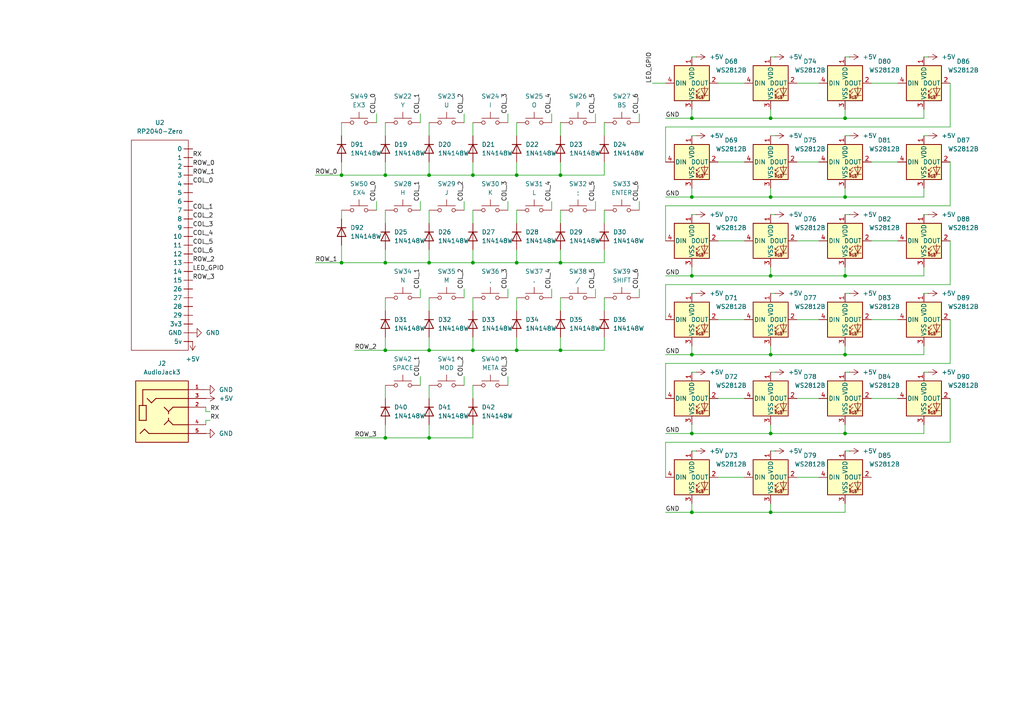
<source format=kicad_sch>
(kicad_sch (version 20250114) (generator "eeschema") (generator_version "9.0")
  (paper "A4")
  (lib_symbols
    (symbol "Diode:1N4148W" (pin_numbers (hide yes)) (pin_names (hide yes))
      (property "Reference" "D" (at 0 2.54 0))
      (property "Value" "1N4148W" (at 0 -2.54 0))
      (symbol "1N4148W_1_1"
        (pin passive line (at -3.81 0 0) (length 2.54) (name "K") (number "1"))
        (pin passive line (at 3.81 0 180) (length 2.54) (name "A") (number "2"))
      )
    )
    (symbol "LED:WS2812B" (pin_names (offset 0.254))
      (property "Reference" "D" (at 5.08 5.715 0))
      (property "Value" "WS2812B" (at 1.27 -5.715 0))
      (symbol "WS2812B_0_0"
        (text "RGB" (at 2.286 -4.191 0) (effects (font (size 0.762 0.762))))
      )
      (symbol "WS2812B_1_1"
        (pin input line (at -7.62 0 0) (length 2.54) (name "DIN") (number "4"))
        (pin power_in line (at 0 7.62 270) (length 2.54) (name "VDD") (number "1"))
        (pin power_in line (at 0 -7.62 90) (length 2.54) (name "VSS") (number "3"))
        (pin output line (at 7.62 0 180) (length 2.54) (name "DOUT") (number "2"))
      )
    )
    (symbol "RP2040-Zero:RP2040-Zero" (pin_numbers (hide yes))
      (property "Reference" "U" (at 0 0 0))
      (property "Value" "RP2040-Zero" (at 0 -2.54 0))
      (symbol "RP2040-Zero_1_1"
        (pin bidirectional line (at 10.16 3.81 180) (length 2.54) (name "0") (number "0"))
        (pin bidirectional line (at 10.16 1.27 180) (length 2.54) (name "1") (number "1"))
        (pin bidirectional line (at 10.16 -1.27 180) (length 2.54) (name "2") (number "2"))
        (pin bidirectional line (at 10.16 -3.81 180) (length 2.54) (name "3") (number "3"))
        (pin bidirectional line (at 10.16 -6.35 180) (length 2.54) (name "4") (number "4"))
        (pin bidirectional line (at 10.16 -8.89 180) (length 2.54) (name "5") (number "5"))
        (pin bidirectional line (at 10.16 -11.43 180) (length 2.54) (name "6") (number "6"))
        (pin bidirectional line (at 10.16 -13.97 180) (length 2.54) (name "7") (number "7"))
        (pin bidirectional line (at 10.16 -16.51 180) (length 2.54) (name "8") (number "8"))
        (pin bidirectional line (at 10.16 -19.05 180) (length 2.54) (name "9") (number "9"))
        (pin bidirectional line (at 10.16 -21.59 180) (length 2.54) (name "10") (number "10"))
        (pin bidirectional line (at 10.16 -24.13 180) (length 2.54) (name "11") (number "11"))
        (pin bidirectional line (at 10.16 -26.67 180) (length 2.54) (name "12") (number "12"))
        (pin bidirectional line (at 10.16 -29.21 180) (length 2.54) (name "13") (number "13"))
        (pin bidirectional line (at 10.16 -31.75 180) (length 2.54) (name "14") (number "14"))
        (pin bidirectional line (at 10.16 -34.29 180) (length 2.54) (name "15") (number "15"))
        (pin bidirectional line (at 10.16 -36.83 180) (length 2.54) (name "26") (number "26"))
        (pin bidirectional line (at 10.16 -39.37 180) (length 2.54) (name "27") (number "27"))
        (pin bidirectional line (at 10.16 -41.91 180) (length 2.54) (name "28") (number "28"))
        (pin bidirectional line (at 10.16 -44.45 180) (length 2.54) (name "29") (number "29"))
        (pin bidirectional line (at 10.16 -46.99 180) (length 2.54) (name "3v3") (number "3v3"))
        (pin bidirectional line (at 10.16 -49.53 180) (length 2.54) (name "GND") (number "GND"))
        (pin bidirectional line (at 10.16 -52.07 180) (length 2.54) (name "5v") (number "5v"))
      )
    )
    (symbol "Switch:SW_Push" (pin_numbers (hide yes)) (pin_names (offset 1.016) (hide yes))
      (property "Reference" "SW" (at 1.27 2.54 0))
      (property "Value" "SW_Push" (at 0 -1.524 0))
      (symbol "SW_Push_0_1"
        (pin passive line (at -5.08 0 0) (length 2.54) (name "1") (number "1"))
        (pin passive line (at 5.08 0 180) (length 2.54) (name "2") (number "2"))
      )
    )
    (symbol "power:+5V" (power) (pin_numbers (hide yes)) (pin_names (offset 0) (hide yes))
      (property "Value" "+5V" (at 0 3.556 0))
      (symbol "+5V_1_1"
        (pin power_in line (at 0 0 90) (length 0) (name "~") (number "1"))
      )
    )
    (symbol "power:GND" (power) (pin_numbers (hide yes)) (pin_names (offset 0) (hide yes))
      (property "Value" "GND" (at 0 -3.81 0))
      (symbol "GND_1_1"
        (pin power_in line (at 0 0 270) (length 0) (name "~") (number "1"))
      )
    )
    (symbol "trsJack:SJ-3501-SMT-TR" (pin_names (offset 1.016))
      (property "Reference" "J" (at -7.62 8.3895 0))
      (property "Value" "SJ-3501-SMT-TR" (at -7.62 -12.7145 0))
      (symbol "SJ-3501-SMT-TR_0_0"
        (pin passive line (at 12.7 5.08 180) (length 5.08) (name "~") (number "1"))
        (pin passive line (at 12.7 2.54 180) (length 5.08) (name "~") (number "3"))
        (pin passive line (at 12.7 0 180) (length 5.08) (name "~") (number "2"))
        (pin passive line (at 12.7 -5.08 180) (length 5.08) (name "~") (number "4"))
        (pin passive line (at 12.7 -7.62 180) (length 5.08) (name "~") (number "5"))
      )
    )
  )
  (junction (at 162.56 101.6))
  (junction (at 200.66 148.59))
  (junction (at 111.76 127))
  (junction (at 200.66 102.87))
  (junction (at 124.46 127))
  (junction (at 149.86 101.6))
  (junction (at 245.11 57.15))
  (junction (at 149.86 76.2))
  (junction (at 245.11 125.73))
  (junction (at 223.52 102.87))
  (junction (at 111.76 101.6))
  (junction (at 223.52 148.59))
  (junction (at 223.52 125.73))
  (junction (at 223.52 57.15))
  (junction (at 137.16 50.8))
  (junction (at 200.66 34.29))
  (junction (at 124.46 76.2))
  (junction (at 200.66 80.01))
  (junction (at 162.56 50.8))
  (junction (at 111.76 76.2))
  (junction (at 245.11 34.29))
  (junction (at 99.06 50.8))
  (junction (at 149.86 50.8))
  (junction (at 245.11 102.87))
  (junction (at 137.16 76.2))
  (junction (at 137.16 101.6))
  (junction (at 200.66 57.15))
  (junction (at 124.46 50.8))
  (junction (at 111.76 50.8))
  (junction (at 245.11 80.01))
  (junction (at 99.06 76.2))
  (junction (at 124.46 101.6))
  (junction (at 223.52 80.01))
  (junction (at 223.52 34.29))
  (junction (at 200.66 125.73))
  (junction (at 162.56 76.2))
  (wire (pts (xy 134.62 33.02) (xy 134.62 35.56)))
  (wire (pts (xy 111.76 35.56) (xy 111.76 39.37)))
  (wire (pts (xy 149.86 50.8) (xy 162.56 50.8)))
  (wire (pts (xy 91.44 50.8) (xy 99.06 50.8)))
  (wire (pts (xy 200.66 125.73) (xy 223.52 125.73)))
  (wire (pts (xy 231.14 24.13) (xy 237.49 24.13)))
  (wire (pts (xy 124.46 101.6) (xy 137.16 101.6)))
  (wire (pts (xy 275.59 115.57) (xy 275.59 128.27)))
  (wire (pts (xy 185.42 58.42) (xy 185.42 60.96)))
  (wire (pts (xy 147.32 109.22) (xy 147.32 111.76)))
  (wire (pts (xy 99.06 50.8) (xy 111.76 50.8)))
  (wire (pts (xy 267.97 77.47) (xy 267.97 80.01)))
  (wire (pts (xy 175.26 60.96) (xy 175.26 64.77)))
  (wire (pts (xy 124.46 76.2) (xy 111.76 76.2)))
  (wire (pts (xy 124.46 72.39) (xy 124.46 76.2)))
  (wire (pts (xy 252.73 92.71) (xy 260.35 92.71)))
  (wire (pts (xy 149.86 46.99) (xy 149.86 50.8)))
  (wire (pts (xy 185.42 33.02) (xy 185.42 35.56)))
  (wire (pts (xy 201.93 62.23) (xy 200.66 62.23)))
  (wire (pts (xy 134.62 58.42) (xy 134.62 60.96)))
  (wire (pts (xy 137.16 60.96) (xy 137.16 64.77)))
  (wire (pts (xy 246.38 39.37) (xy 245.11 39.37)))
  (wire (pts (xy 208.28 92.71) (xy 215.9 92.71)))
  (wire (pts (xy 172.72 58.42) (xy 172.72 60.96)))
  (wire (pts (xy 223.52 54.61) (xy 223.52 57.15)))
  (wire (pts (xy 200.66 34.29) (xy 223.52 34.29)))
  (wire (pts (xy 201.93 16.51) (xy 200.66 16.51)))
  (wire (pts (xy 223.52 125.73) (xy 245.11 125.73)))
  (wire (pts (xy 185.42 83.82) (xy 185.42 86.36)))
  (wire (pts (xy 59.69 121.92) (xy 59.69 123.19)))
  (wire (pts (xy 231.14 115.57) (xy 237.49 115.57)))
  (wire (pts (xy 124.46 76.2) (xy 137.16 76.2)))
  (wire (pts (xy 149.86 101.6) (xy 162.56 101.6)))
  (wire (pts (xy 102.87 101.6) (xy 111.76 101.6)))
  (wire (pts (xy 121.92 33.02) (xy 121.92 35.56)))
  (wire (pts (xy 137.16 72.39) (xy 137.16 76.2)))
  (wire (pts (xy 134.62 109.22) (xy 134.62 111.76)))
  (wire (pts (xy 124.46 127) (xy 137.16 127)))
  (wire (pts (xy 121.92 58.42) (xy 121.92 60.96)))
  (wire (pts (xy 201.93 85.09) (xy 200.66 85.09)))
  (wire (pts (xy 275.59 92.71) (xy 275.59 105.41)))
  (wire (pts (xy 208.28 24.13) (xy 215.9 24.13)))
  (wire (pts (xy 111.76 72.39) (xy 111.76 76.2)))
  (wire (pts (xy 245.11 80.01) (xy 267.97 80.01)))
  (wire (pts (xy 231.14 69.85) (xy 237.49 69.85)))
  (wire (pts (xy 193.04 82.55) (xy 193.04 92.71)))
  (wire (pts (xy 223.52 77.47) (xy 223.52 80.01)))
  (wire (pts (xy 137.16 101.6) (xy 149.86 101.6)))
  (wire (pts (xy 149.86 97.79) (xy 149.86 101.6)))
  (wire (pts (xy 245.11 102.87) (xy 267.97 102.87)))
  (wire (pts (xy 208.28 46.99) (xy 215.9 46.99)))
  (wire (pts (xy 99.06 35.56) (xy 99.06 39.37)))
  (wire (pts (xy 245.11 34.29) (xy 245.11 31.75)))
  (wire (pts (xy 223.52 102.87) (xy 245.11 102.87)))
  (wire (pts (xy 111.76 86.36) (xy 111.76 90.17)))
  (wire (pts (xy 175.26 50.8) (xy 162.56 50.8)))
  (wire (pts (xy 111.76 127) (xy 124.46 127)))
  (wire (pts (xy 231.14 138.43) (xy 237.49 138.43)))
  (wire (pts (xy 162.56 72.39) (xy 162.56 76.2)))
  (wire (pts (xy 99.06 46.99) (xy 99.06 50.8)))
  (wire (pts (xy 124.46 111.76) (xy 124.46 115.57)))
  (wire (pts (xy 149.86 35.56) (xy 149.86 39.37)))
  (wire (pts (xy 201.93 107.95) (xy 200.66 107.95)))
  (wire (pts (xy 252.73 46.99) (xy 260.35 46.99)))
  (wire (pts (xy 124.46 123.19) (xy 124.46 127)))
  (wire (pts (xy 224.79 16.51) (xy 223.52 16.51)))
  (wire (pts (xy 269.24 16.51) (xy 267.97 16.51)))
  (wire (pts (xy 137.16 123.19) (xy 137.16 127)))
  (wire (pts (xy 245.11 34.29) (xy 267.97 34.29)))
  (wire (pts (xy 275.59 36.83) (xy 193.04 36.83)))
  (wire (pts (xy 245.11 125.73) (xy 267.97 125.73)))
  (wire (pts (xy 172.72 83.82) (xy 172.72 86.36)))
  (wire (pts (xy 162.56 35.56) (xy 162.56 39.37)))
  (wire (pts (xy 189.23 24.13) (xy 193.04 24.13)))
  (wire (pts (xy 245.11 148.59) (xy 245.11 146.05)))
  (wire (pts (xy 162.56 76.2) (xy 149.86 76.2)))
  (wire (pts (xy 109.22 33.02) (xy 109.22 35.56)))
  (wire (pts (xy 137.16 35.56) (xy 137.16 39.37)))
  (wire (pts (xy 124.46 86.36) (xy 124.46 90.17)))
  (wire (pts (xy 246.38 16.51) (xy 245.11 16.51)))
  (wire (pts (xy 109.22 58.42) (xy 109.22 60.96)))
  (wire (pts (xy 160.02 58.42) (xy 160.02 60.96)))
  (wire (pts (xy 175.26 35.56) (xy 175.26 39.37)))
  (wire (pts (xy 147.32 83.82) (xy 147.32 86.36)))
  (wire (pts (xy 137.16 50.8) (xy 149.86 50.8)))
  (wire (pts (xy 200.66 102.87) (xy 200.66 100.33)))
  (wire (pts (xy 175.26 97.79) (xy 175.26 101.6)))
  (wire (pts (xy 99.06 76.2) (xy 111.76 76.2)))
  (wire (pts (xy 231.14 92.71) (xy 237.49 92.71)))
  (wire (pts (xy 245.11 80.01) (xy 245.11 77.47)))
  (wire (pts (xy 193.04 128.27) (xy 193.04 138.43)))
  (wire (pts (xy 246.38 62.23) (xy 245.11 62.23)))
  (wire (pts (xy 59.69 119.38) (xy 59.69 118.11)))
  (wire (pts (xy 224.79 107.95) (xy 223.52 107.95)))
  (wire (pts (xy 245.11 125.73) (xy 245.11 123.19)))
  (wire (pts (xy 246.38 130.81) (xy 245.11 130.81)))
  (wire (pts (xy 193.04 105.41) (xy 193.04 115.57)))
  (wire (pts (xy 124.46 97.79) (xy 124.46 101.6)))
  (wire (pts (xy 193.04 80.01) (xy 200.66 80.01)))
  (wire (pts (xy 269.24 107.95) (xy 267.97 107.95)))
  (wire (pts (xy 99.06 60.96) (xy 99.06 63.5)))
  (wire (pts (xy 193.04 34.29) (xy 200.66 34.29)))
  (wire (pts (xy 137.16 46.99) (xy 137.16 50.8)))
  (wire (pts (xy 201.93 39.37) (xy 200.66 39.37)))
  (wire (pts (xy 246.38 107.95) (xy 245.11 107.95)))
  (wire (pts (xy 267.97 31.75) (xy 267.97 34.29)))
  (wire (pts (xy 175.26 76.2) (xy 162.56 76.2)))
  (wire (pts (xy 224.79 62.23) (xy 223.52 62.23)))
  (wire (pts (xy 223.52 31.75) (xy 223.52 34.29)))
  (wire (pts (xy 200.66 34.29) (xy 200.66 31.75)))
  (wire (pts (xy 246.38 85.09) (xy 245.11 85.09)))
  (wire (pts (xy 200.66 148.59) (xy 223.52 148.59)))
  (wire (pts (xy 160.02 33.02) (xy 160.02 35.56)))
  (wire (pts (xy 121.92 83.82) (xy 121.92 86.36)))
  (wire (pts (xy 102.87 127) (xy 111.76 127)))
  (wire (pts (xy 245.11 102.87) (xy 245.11 100.33)))
  (wire (pts (xy 252.73 115.57) (xy 260.35 115.57)))
  (wire (pts (xy 160.02 83.82) (xy 160.02 86.36)))
  (wire (pts (xy 193.04 125.73) (xy 200.66 125.73)))
  (wire (pts (xy 200.66 148.59) (xy 200.66 146.05)))
  (wire (pts (xy 223.52 148.59) (xy 245.11 148.59)))
  (wire (pts (xy 175.26 72.39) (xy 175.26 76.2)))
  (wire (pts (xy 269.24 39.37) (xy 267.97 39.37)))
  (wire (pts (xy 162.56 60.96) (xy 162.56 64.77)))
  (wire (pts (xy 124.46 60.96) (xy 124.46 64.77)))
  (wire (pts (xy 252.73 69.85) (xy 260.35 69.85)))
  (wire (pts (xy 223.52 57.15) (xy 245.11 57.15)))
  (wire (pts (xy 245.11 57.15) (xy 267.97 57.15)))
  (wire (pts (xy 137.16 50.8) (xy 124.46 50.8)))
  (wire (pts (xy 124.46 46.99) (xy 124.46 50.8)))
  (wire (pts (xy 162.56 86.36) (xy 162.56 90.17)))
  (wire (pts (xy 208.28 115.57) (xy 215.9 115.57)))
  (wire (pts (xy 111.76 123.19) (xy 111.76 127)))
  (wire (pts (xy 162.56 97.79) (xy 162.56 101.6)))
  (wire (pts (xy 162.56 46.99) (xy 162.56 50.8)))
  (wire (pts (xy 149.86 86.36) (xy 149.86 90.17)))
  (wire (pts (xy 124.46 35.56) (xy 124.46 39.37)))
  (wire (pts (xy 99.06 71.12) (xy 99.06 76.2)))
  (wire (pts (xy 149.86 72.39) (xy 149.86 76.2)))
  (wire (pts (xy 111.76 111.76) (xy 111.76 115.57)))
  (wire (pts (xy 147.32 33.02) (xy 147.32 35.56)))
  (wire (pts (xy 275.59 46.99) (xy 275.59 59.69)))
  (wire (pts (xy 111.76 60.96) (xy 111.76 64.77)))
  (wire (pts (xy 175.26 46.99) (xy 175.26 50.8)))
  (wire (pts (xy 200.66 102.87) (xy 223.52 102.87)))
  (wire (pts (xy 223.52 34.29) (xy 245.11 34.29)))
  (wire (pts (xy 275.59 105.41) (xy 193.04 105.41)))
  (wire (pts (xy 200.66 80.01) (xy 200.66 77.47)))
  (wire (pts (xy 91.44 76.2) (xy 99.06 76.2)))
  (wire (pts (xy 137.16 76.2) (xy 149.86 76.2)))
  (wire (pts (xy 175.26 86.36) (xy 175.26 90.17)))
  (wire (pts (xy 224.79 39.37) (xy 223.52 39.37)))
  (wire (pts (xy 275.59 69.85) (xy 275.59 82.55)))
  (wire (pts (xy 267.97 54.61) (xy 267.97 57.15)))
  (wire (pts (xy 149.86 60.96) (xy 149.86 64.77)))
  (wire (pts (xy 111.76 97.79) (xy 111.76 101.6)))
  (wire (pts (xy 193.04 57.15) (xy 200.66 57.15)))
  (wire (pts (xy 267.97 100.33) (xy 267.97 102.87)))
  (wire (pts (xy 275.59 24.13) (xy 275.59 36.83)))
  (wire (pts (xy 60.96 121.92) (xy 59.69 121.92)))
  (wire (pts (xy 60.96 119.38) (xy 59.69 119.38)))
  (wire (pts (xy 269.24 85.09) (xy 267.97 85.09)))
  (wire (pts (xy 162.56 101.6) (xy 175.26 101.6)))
  (wire (pts (xy 223.52 123.19) (xy 223.52 125.73)))
  (wire (pts (xy 208.28 138.43) (xy 215.9 138.43)))
  (wire (pts (xy 275.59 59.69) (xy 193.04 59.69)))
  (wire (pts (xy 147.32 58.42) (xy 147.32 60.96)))
  (wire (pts (xy 223.52 80.01) (xy 245.11 80.01)))
  (wire (pts (xy 223.52 146.05) (xy 223.52 148.59)))
  (wire (pts (xy 200.66 57.15) (xy 223.52 57.15)))
  (wire (pts (xy 275.59 82.55) (xy 193.04 82.55)))
  (wire (pts (xy 193.04 36.83) (xy 193.04 46.99)))
  (wire (pts (xy 137.16 97.79) (xy 137.16 101.6)))
  (wire (pts (xy 200.66 125.73) (xy 200.66 123.19)))
  (wire (pts (xy 252.73 24.13) (xy 260.35 24.13)))
  (wire (pts (xy 267.97 123.19) (xy 267.97 125.73)))
  (wire (pts (xy 124.46 50.8) (xy 111.76 50.8)))
  (wire (pts (xy 269.24 62.23) (xy 267.97 62.23)))
  (wire (pts (xy 172.72 33.02) (xy 172.72 35.56)))
  (wire (pts (xy 121.92 109.22) (xy 121.92 111.76)))
  (wire (pts (xy 201.93 130.81) (xy 200.66 130.81)))
  (wire (pts (xy 137.16 111.76) (xy 137.16 115.57)))
  (wire (pts (xy 111.76 46.99) (xy 111.76 50.8)))
  (wire (pts (xy 224.79 130.81) (xy 223.52 130.81)))
  (wire (pts (xy 245.11 57.15) (xy 245.11 54.61)))
  (wire (pts (xy 111.76 101.6) (xy 124.46 101.6)))
  (wire (pts (xy 223.52 100.33) (xy 223.52 102.87)))
  (wire (pts (xy 275.59 128.27) (xy 193.04 128.27)))
  (wire (pts (xy 193.04 59.69) (xy 193.04 69.85)))
  (wire (pts (xy 134.62 83.82) (xy 134.62 86.36)))
  (wire (pts (xy 193.04 102.87) (xy 200.66 102.87)))
  (wire (pts (xy 224.79 85.09) (xy 223.52 85.09)))
  (wire (pts (xy 193.04 148.59) (xy 200.66 148.59)))
  (wire (pts (xy 200.66 57.15) (xy 200.66 54.61)))
  (wire (pts (xy 200.66 80.01) (xy 223.52 80.01)))
  (wire (pts (xy 231.14 46.99) (xy 237.49 46.99)))
  (wire (pts (xy 208.28 69.85) (xy 215.9 69.85)))
  (wire (pts (xy 137.16 86.36) (xy 137.16 90.17)))
  (label "COL_2" (at 134.62 58.42 90))
  (label "GND" (at 193.04 148.59 0))
  (label "COL_1" (at 121.92 58.42 90))
  (label "COL_4" (at 160.02 33.02 90))
  (label "COL_3" (at 147.32 109.22 90))
  (label "COL_6" (at 185.42 33.02 90))
  (label "COL_2" (at 55.88 63.5 0))
  (label "COL_3" (at 55.88 66.04 0))
  (label "ROW_3" (at 102.87 127 0))
  (label "COL_4" (at 160.02 83.82 90))
  (label "COL_1" (at 121.92 33.02 90))
  (label "ROW_1" (at 55.88 50.8 0))
  (label "COL_5" (at 55.88 71.12 0))
  (label "COL_6" (at 55.88 73.66 0))
  (label "COL_3" (at 147.32 58.42 90))
  (label "COL_1" (at 121.92 109.22 90))
  (label "COL_6" (at 185.42 58.42 90))
  (label "COL_5" (at 172.72 33.02 90))
  (label "LED_GPIO" (at 55.88 78.74 0))
  (label "COL_3" (at 147.32 33.02 90))
  (label "LED_GPIO" (at 189.23 24.13 90))
  (label "COL_6" (at 185.42 83.82 90))
  (label "ROW_2" (at 55.88 76.2 0))
  (label "COL_0" (at 109.22 58.42 90))
  (label "COL_0" (at 55.88 53.34 0))
  (label "COL_2" (at 134.62 109.22 90))
  (label "ROW_2" (at 102.87 101.6 0))
  (label "GND" (at 193.04 34.29 0))
  (label "ROW_0" (at 91.44 50.8 0))
  (label "COL_1" (at 121.92 83.82 90))
  (label "COL_3" (at 147.32 83.82 90))
  (label "ROW_0" (at 55.88 48.26 0))
  (label "COL_4" (at 160.02 58.42 90))
  (label "ROW_1" (at 91.44 76.2 0))
  (label "GND" (at 193.04 57.15 0))
  (label "RX" (at 55.88 45.72 0))
  (label "GND" (at 193.04 102.87 0))
  (label "COL_2" (at 134.62 83.82 90))
  (label "COL_5" (at 172.72 83.82 90))
  (label "GND" (at 193.04 125.73 0))
  (label "RX" (at 60.96 121.92 0))
  (label "COL_0" (at 109.22 33.02 90))
  (label "COL_2" (at 134.62 33.02 90))
  (label "COL_5" (at 172.72 58.42 90))
  (label "RX" (at 60.96 119.38 0))
  (label "GND" (at 193.04 80.01 0))
  (label "ROW_3" (at 55.88 81.28 0))
  (label "COL_1" (at 55.88 60.96 0))
  (label "COL_4" (at 55.88 68.58 0))
  (symbol (lib_id "Switch:SW_Push") (at 154.94 86.36 0) (unit 1)
    (property "Reference" "SW37" (at 154.94 78.74 0))
    (property "Value" "." (at 154.94 81.28 0))
    (property "Footprint" "kbd:CherryMX_Hotswap" (effects (hide yes)))
    (property "Description" "Push button switch, generic, two pins" (effects (hide yes)))
  )
  (symbol (lib_id "Diode:1N4148W") (at 149.86 93.98 270) (unit 1)
    (property "Reference" "D34" (at 152.4 92.7099 90) (effects (justify left)))
    (property "Value" "1N4148W" (at 152.4 95.2499 90) (effects (justify left)))
    (property "Footprint" "Diode_SMD:D_SOD-123" (effects (hide yes)))
    (property "Datasheet" "https://www.vishay.com/docs/85748/1n4148w.pdf" (effects (hide yes)))
    (property "Description" "75V 0.15A Fast Switching Diode, SOD-123" (effects (hide yes)))
    (property "Sim.Device" "D" (effects (hide yes)))
    (property "Sim.Pins" "1=K 2=A" (effects (hide yes)))
  )
  (symbol (lib_id "power:GND") (at 55.88 96.52 90) (unit 1)
    (property "Reference" "#PWR059" (effects (hide yes)))
    (property "Value" "GND" (at 59.69 96.5199 90) (effects (justify right)))
    (property "Description" "Power symbol creates a global label with name \"GND\" , ground" (effects (hide yes)))
  )
  (symbol (lib_id "LED:WS2812B") (at 200.66 138.43 0) (unit 1)
    (property "Reference" "D73" (at 212.09 132.1114 0))
    (property "Value" "WS2812B" (at 212.09 134.6514 0))
    (property "Footprint" "LED_SMD:LED_WS2812B_PLCC4_5.0x5.0mm_P3.2mm" (effects (hide yes)))
    (property "Datasheet" "https://cdn-shop.adafruit.com/datasheets/WS2812B.pdf" (effects (hide yes)))
    (property "Description" "RGB LED with integrated controller" (effects (hide yes)))
  )
  (symbol (lib_id "Diode:1N4148W") (at 111.76 68.58 270) (unit 1)
    (property "Reference" "D25" (at 114.3 67.3099 90) (effects (justify left)))
    (property "Value" "1N4148W" (at 114.3 69.8499 90) (effects (justify left)))
    (property "Footprint" "Diode_SMD:D_SOD-123" (effects (hide yes)))
    (property "Datasheet" "https://www.vishay.com/docs/85748/1n4148w.pdf" (effects (hide yes)))
    (property "Description" "75V 0.15A Fast Switching Diode, SOD-123" (effects (hide yes)))
    (property "Sim.Device" "D" (effects (hide yes)))
    (property "Sim.Pins" "1=K 2=A" (effects (hide yes)))
  )
  (symbol (lib_id "RP2040-Zero:RP2040-Zero") (at 45.72 46.99 0) (unit 1)
    (property "Reference" "U2" (at 46.355 35.56 0))
    (property "Value" "RP2040-Zero" (at 46.355 38.1 0))
    (property "Footprint" "RP2040-Zero:RP2040-Zero" (effects (hide yes)))
  )
  (symbol (lib_id "Switch:SW_Push") (at 116.84 111.76 0) (unit 1)
    (property "Reference" "SW42" (at 116.84 104.14 0))
    (property "Value" "SPACE" (at 116.84 106.68 0))
    (property "Footprint" "kbd:CherryMX_Hotswap" (effects (hide yes)))
    (property "Description" "Push button switch, generic, two pins" (effects (hide yes)))
  )
  (symbol (lib_id "power:+5V") (at 201.93 16.51 270) (unit 1)
    (property "Reference" "#PWR024" (effects (hide yes)))
    (property "Value" "+5V" (at 205.74 16.5099 90) (effects (justify left)))
    (property "Description" "Power symbol creates a global label with name \"+5V\"" (effects (hide yes)))
  )
  (symbol (lib_id "Diode:1N4148W") (at 149.86 68.58 270) (unit 1)
    (property "Reference" "D28" (at 152.4 67.3099 90) (effects (justify left)))
    (property "Value" "1N4148W" (at 152.4 69.8499 90) (effects (justify left)))
    (property "Footprint" "Diode_SMD:D_SOD-123" (effects (hide yes)))
    (property "Datasheet" "https://www.vishay.com/docs/85748/1n4148w.pdf" (effects (hide yes)))
    (property "Description" "75V 0.15A Fast Switching Diode, SOD-123" (effects (hide yes)))
    (property "Sim.Device" "D" (effects (hide yes)))
    (property "Sim.Pins" "1=K 2=A" (effects (hide yes)))
  )
  (symbol (lib_id "Switch:SW_Push") (at 167.64 86.36 0) (unit 1)
    (property "Reference" "SW38" (at 167.64 78.74 0))
    (property "Value" "/" (at 167.64 81.28 0))
    (property "Footprint" "kbd:CherryMX_Hotswap" (effects (hide yes)))
    (property "Description" "Push button switch, generic, two pins" (effects (hide yes)))
  )
  (symbol (lib_id "Switch:SW_Push") (at 180.34 60.96 0) (unit 1)
    (property "Reference" "SW33" (at 180.34 53.34 0))
    (property "Value" "ENTER" (at 180.34 55.88 0))
    (property "Footprint" "kbd:CherryMX_Hotswap" (effects (hide yes)))
    (property "Description" "Push button switch, generic, two pins" (effects (hide yes)))
  )
  (symbol (lib_id "power:+5V") (at 246.38 107.95 270) (unit 1)
    (property "Reference" "#PWR05" (effects (hide yes)))
    (property "Value" "+5V" (at 250.19 107.9499 90) (effects (justify left)))
    (property "Description" "Power symbol creates a global label with name \"+5V\"" (effects (hide yes)))
  )
  (symbol (lib_id "LED:WS2812B") (at 267.97 92.71 0) (unit 1)
    (property "Reference" "D89" (at 279.4 86.3914 0))
    (property "Value" "WS2812B" (at 279.4 88.9314 0))
    (property "Footprint" "LED_SMD:LED_WS2812B_PLCC4_5.0x5.0mm_P3.2mm" (effects (hide yes)))
    (property "Datasheet" "https://cdn-shop.adafruit.com/datasheets/WS2812B.pdf" (effects (hide yes)))
    (property "Description" "RGB LED with integrated controller" (effects (hide yes)))
  )
  (symbol (lib_id "Switch:SW_Push") (at 129.54 35.56 0) (unit 1)
    (property "Reference" "SW23" (at 129.54 27.94 0))
    (property "Value" "U" (at 129.54 30.48 0))
    (property "Footprint" "kbd:CherryMX_Hotswap" (effects (hide yes)))
    (property "Description" "Push button switch, generic, two pins" (effects (hide yes)))
  )
  (symbol (lib_id "LED:WS2812B") (at 267.97 24.13 0) (unit 1)
    (property "Reference" "D86" (at 279.4 17.8114 0))
    (property "Value" "WS2812B" (at 279.4 20.3514 0))
    (property "Footprint" "LED_SMD:LED_WS2812B_PLCC4_5.0x5.0mm_P3.2mm" (effects (hide yes)))
    (property "Datasheet" "https://cdn-shop.adafruit.com/datasheets/WS2812B.pdf" (effects (hide yes)))
    (property "Description" "RGB LED with integrated controller" (effects (hide yes)))
  )
  (symbol (lib_id "LED:WS2812B") (at 200.66 46.99 0) (unit 1)
    (property "Reference" "D69" (at 212.09 40.6714 0))
    (property "Value" "WS2812B" (at 212.09 43.2114 0))
    (property "Footprint" "LED_SMD:LED_WS2812B_PLCC4_5.0x5.0mm_P3.2mm" (effects (hide yes)))
    (property "Datasheet" "https://cdn-shop.adafruit.com/datasheets/WS2812B.pdf" (effects (hide yes)))
    (property "Description" "RGB LED with integrated controller" (effects (hide yes)))
  )
  (symbol (lib_id "power:GND") (at 59.69 113.03 90) (unit 1)
    (property "Reference" "#PWR063" (effects (hide yes)))
    (property "Value" "GND" (at 63.5 113.0299 90) (effects (justify right)))
    (property "Description" "Power symbol creates a global label with name \"GND\" , ground" (effects (hide yes)))
  )
  (symbol (lib_id "Diode:1N4148W") (at 175.26 68.58 270) (unit 1)
    (property "Reference" "D30" (at 177.8 67.3099 90) (effects (justify left)))
    (property "Value" "1N4148W" (at 177.8 69.8499 90) (effects (justify left)))
    (property "Footprint" "Diode_SMD:D_SOD-123" (effects (hide yes)))
    (property "Datasheet" "https://www.vishay.com/docs/85748/1n4148w.pdf" (effects (hide yes)))
    (property "Description" "75V 0.15A Fast Switching Diode, SOD-123" (effects (hide yes)))
    (property "Sim.Device" "D" (effects (hide yes)))
    (property "Sim.Pins" "1=K 2=A" (effects (hide yes)))
  )
  (symbol (lib_id "LED:WS2812B") (at 267.97 115.57 0) (unit 1)
    (property "Reference" "D90" (at 279.4 109.2514 0))
    (property "Value" "WS2812B" (at 279.4 111.7914 0))
    (property "Footprint" "LED_SMD:LED_WS2812B_PLCC4_5.0x5.0mm_P3.2mm" (effects (hide yes)))
    (property "Datasheet" "https://cdn-shop.adafruit.com/datasheets/WS2812B.pdf" (effects (hide yes)))
    (property "Description" "RGB LED with integrated controller" (effects (hide yes)))
  )
  (symbol (lib_id "Switch:SW_Push") (at 180.34 86.36 0) (unit 1)
    (property "Reference" "SW39" (at 180.34 78.74 0))
    (property "Value" "SHIFT" (at 180.34 81.28 0))
    (property "Footprint" "kbd:CherryMX_Hotswap" (effects (hide yes)))
    (property "Description" "Push button switch, generic, two pins" (effects (hide yes)))
  )
  (symbol (lib_id "Diode:1N4148W") (at 111.76 93.98 270) (unit 1)
    (property "Reference" "D31" (at 114.3 92.7099 90) (effects (justify left)))
    (property "Value" "1N4148W" (at 114.3 95.2499 90) (effects (justify left)))
    (property "Footprint" "Diode_SMD:D_SOD-123" (effects (hide yes)))
    (property "Datasheet" "https://www.vishay.com/docs/85748/1n4148w.pdf" (effects (hide yes)))
    (property "Description" "75V 0.15A Fast Switching Diode, SOD-123" (effects (hide yes)))
    (property "Sim.Device" "D" (effects (hide yes)))
    (property "Sim.Pins" "1=K 2=A" (effects (hide yes)))
  )
  (symbol (lib_id "Switch:SW_Push") (at 167.64 35.56 0) (unit 1)
    (property "Reference" "SW26" (at 167.64 27.94 0))
    (property "Value" "P" (at 167.64 30.48 0))
    (property "Footprint" "kbd:CherryMX_Hotswap" (effects (hide yes)))
    (property "Description" "Push button switch, generic, two pins" (effects (hide yes)))
  )
  (symbol (lib_id "Diode:1N4148W") (at 111.76 43.18 270) (unit 1)
    (property "Reference" "D19" (at 114.3 41.9099 90) (effects (justify left)))
    (property "Value" "1N4148W" (at 114.3 44.4499 90) (effects (justify left)))
    (property "Footprint" "Diode_SMD:D_SOD-123" (effects (hide yes)))
    (property "Datasheet" "https://www.vishay.com/docs/85748/1n4148w.pdf" (effects (hide yes)))
    (property "Description" "75V 0.15A Fast Switching Diode, SOD-123" (effects (hide yes)))
    (property "Sim.Device" "D" (effects (hide yes)))
    (property "Sim.Pins" "1=K 2=A" (effects (hide yes)))
  )
  (symbol (lib_id "LED:WS2812B") (at 245.11 69.85 0) (unit 1)
    (property "Reference" "D82" (at 256.54 63.5314 0))
    (property "Value" "WS2812B" (at 256.54 66.0714 0))
    (property "Footprint" "LED_SMD:LED_WS2812B_PLCC4_5.0x5.0mm_P3.2mm" (effects (hide yes)))
    (property "Datasheet" "https://cdn-shop.adafruit.com/datasheets/WS2812B.pdf" (effects (hide yes)))
    (property "Description" "RGB LED with integrated controller" (effects (hide yes)))
  )
  (symbol (lib_id "Diode:1N4148W") (at 162.56 93.98 270) (unit 1)
    (property "Reference" "D35" (at 165.1 92.7099 90) (effects (justify left)))
    (property "Value" "1N4148W" (at 165.1 95.2499 90) (effects (justify left)))
    (property "Footprint" "Diode_SMD:D_SOD-123" (effects (hide yes)))
    (property "Datasheet" "https://www.vishay.com/docs/85748/1n4148w.pdf" (effects (hide yes)))
    (property "Description" "75V 0.15A Fast Switching Diode, SOD-123" (effects (hide yes)))
    (property "Sim.Device" "D" (effects (hide yes)))
    (property "Sim.Pins" "1=K 2=A" (effects (hide yes)))
  )
  (symbol (lib_id "power:+5V") (at 269.24 39.37 270) (unit 1)
    (property "Reference" "#PWR020" (effects (hide yes)))
    (property "Value" "+5V" (at 273.05 39.3699 90) (effects (justify left)))
    (property "Description" "Power symbol creates a global label with name \"+5V\"" (effects (hide yes)))
  )
  (symbol (lib_id "LED:WS2812B") (at 245.11 92.71 0) (unit 1)
    (property "Reference" "D83" (at 256.54 86.3914 0))
    (property "Value" "WS2812B" (at 256.54 88.9314 0))
    (property "Footprint" "LED_SMD:LED_WS2812B_PLCC4_5.0x5.0mm_P3.2mm" (effects (hide yes)))
    (property "Datasheet" "https://cdn-shop.adafruit.com/datasheets/WS2812B.pdf" (effects (hide yes)))
    (property "Description" "RGB LED with integrated controller" (effects (hide yes)))
  )
  (symbol (lib_id "Switch:SW_Push") (at 104.14 35.56 0) (unit 1)
    (property "Reference" "SW49" (at 104.14 27.94 0))
    (property "Value" "EX3" (at 104.14 30.48 0))
    (property "Footprint" "kbd:CherryMX_Hotswap" (effects (hide yes)))
    (property "Description" "Push button switch, generic, two pins" (effects (hide yes)))
  )
  (symbol (lib_id "Diode:1N4148W") (at 162.56 43.18 270) (unit 1)
    (property "Reference" "D23" (at 165.1 41.9099 90) (effects (justify left)))
    (property "Value" "1N4148W" (at 165.1 44.4499 90) (effects (justify left)))
    (property "Footprint" "Diode_SMD:D_SOD-123" (effects (hide yes)))
    (property "Datasheet" "https://www.vishay.com/docs/85748/1n4148w.pdf" (effects (hide yes)))
    (property "Description" "75V 0.15A Fast Switching Diode, SOD-123" (effects (hide yes)))
    (property "Sim.Device" "D" (effects (hide yes)))
    (property "Sim.Pins" "1=K 2=A" (effects (hide yes)))
  )
  (symbol (lib_id "LED:WS2812B") (at 223.52 24.13 0) (unit 1)
    (property "Reference" "D74" (at 234.95 17.8114 0))
    (property "Value" "WS2812B" (at 234.95 20.3514 0))
    (property "Footprint" "LED_SMD:LED_WS2812B_PLCC4_5.0x5.0mm_P3.2mm" (effects (hide yes)))
    (property "Datasheet" "https://cdn-shop.adafruit.com/datasheets/WS2812B.pdf" (effects (hide yes)))
    (property "Description" "RGB LED with integrated controller" (effects (hide yes)))
  )
  (symbol (lib_id "LED:WS2812B") (at 267.97 46.99 0) (unit 1)
    (property "Reference" "D87" (at 279.4 40.6714 0))
    (property "Value" "WS2812B" (at 279.4 43.2114 0))
    (property "Footprint" "LED_SMD:LED_WS2812B_PLCC4_5.0x5.0mm_P3.2mm" (effects (hide yes)))
    (property "Datasheet" "https://cdn-shop.adafruit.com/datasheets/WS2812B.pdf" (effects (hide yes)))
    (property "Description" "RGB LED with integrated controller" (effects (hide yes)))
  )
  (symbol (lib_id "Switch:SW_Push") (at 142.24 86.36 0) (unit 1)
    (property "Reference" "SW36" (at 142.24 78.74 0))
    (property "Value" "," (at 142.24 81.28 0))
    (property "Footprint" "kbd:CherryMX_Hotswap" (effects (hide yes)))
    (property "Description" "Push button switch, generic, two pins" (effects (hide yes)))
  )
  (symbol (lib_id "LED:WS2812B") (at 245.11 24.13 0) (unit 1)
    (property "Reference" "D80" (at 256.54 17.8114 0))
    (property "Value" "WS2812B" (at 256.54 20.3514 0))
    (property "Footprint" "LED_SMD:LED_WS2812B_PLCC4_5.0x5.0mm_P3.2mm" (effects (hide yes)))
    (property "Datasheet" "https://cdn-shop.adafruit.com/datasheets/WS2812B.pdf" (effects (hide yes)))
    (property "Description" "RGB LED with integrated controller" (effects (hide yes)))
  )
  (symbol (lib_id "LED:WS2812B") (at 245.11 138.43 0) (unit 1)
    (property "Reference" "D85" (at 256.54 132.1114 0))
    (property "Value" "WS2812B" (at 256.54 134.6514 0))
    (property "Footprint" "LED_SMD:LED_WS2812B_PLCC4_5.0x5.0mm_P3.2mm" (effects (hide yes)))
    (property "Datasheet" "https://cdn-shop.adafruit.com/datasheets/WS2812B.pdf" (effects (hide yes)))
    (property "Description" "RGB LED with integrated controller" (effects (hide yes)))
  )
  (symbol (lib_id "Diode:1N4148W") (at 137.16 93.98 270) (unit 1)
    (property "Reference" "D33" (at 139.7 92.7099 90) (effects (justify left)))
    (property "Value" "1N4148W" (at 139.7 95.2499 90) (effects (justify left)))
    (property "Footprint" "Diode_SMD:D_SOD-123" (effects (hide yes)))
    (property "Datasheet" "https://www.vishay.com/docs/85748/1n4148w.pdf" (effects (hide yes)))
    (property "Description" "75V 0.15A Fast Switching Diode, SOD-123" (effects (hide yes)))
    (property "Sim.Device" "D" (effects (hide yes)))
    (property "Sim.Pins" "1=K 2=A" (effects (hide yes)))
  )
  (symbol (lib_id "LED:WS2812B") (at 245.11 115.57 0) (unit 1)
    (property "Reference" "D84" (at 256.54 109.2514 0))
    (property "Value" "WS2812B" (at 256.54 111.7914 0))
    (property "Footprint" "LED_SMD:LED_WS2812B_PLCC4_5.0x5.0mm_P3.2mm" (effects (hide yes)))
    (property "Datasheet" "https://cdn-shop.adafruit.com/datasheets/WS2812B.pdf" (effects (hide yes)))
    (property "Description" "RGB LED with integrated controller" (effects (hide yes)))
  )
  (symbol (lib_id "Switch:SW_Push") (at 116.84 60.96 0) (unit 1)
    (property "Reference" "SW28" (at 116.84 53.34 0))
    (property "Value" "H" (at 116.84 55.88 0))
    (property "Footprint" "kbd:CherryMX_Hotswap" (effects (hide yes)))
    (property "Description" "Push button switch, generic, two pins" (effects (hide yes)))
  )
  (symbol (lib_id "LED:WS2812B") (at 200.66 69.85 0) (unit 1)
    (property "Reference" "D70" (at 212.09 63.5314 0))
    (property "Value" "WS2812B" (at 212.09 66.0714 0))
    (property "Footprint" "LED_SMD:LED_WS2812B_PLCC4_5.0x5.0mm_P3.2mm" (effects (hide yes)))
    (property "Datasheet" "https://cdn-shop.adafruit.com/datasheets/WS2812B.pdf" (effects (hide yes)))
    (property "Description" "RGB LED with integrated controller" (effects (hide yes)))
  )
  (symbol (lib_id "Switch:SW_Push") (at 116.84 35.56 0) (unit 1)
    (property "Reference" "SW22" (at 116.84 27.94 0))
    (property "Value" "Y" (at 116.84 30.48 0))
    (property "Footprint" "kbd:CherryMX_Hotswap" (effects (hide yes)))
    (property "Description" "Push button switch, generic, two pins" (effects (hide yes)))
  )
  (symbol (lib_id "Diode:1N4148W") (at 99.06 67.31 270) (unit 1)
    (property "Reference" "D92" (at 101.6 66.0399 90) (effects (justify left)))
    (property "Value" "1N4148W" (at 101.6 68.5799 90) (effects (justify left)))
    (property "Footprint" "Diode_SMD:D_SOD-123" (effects (hide yes)))
    (property "Datasheet" "https://www.vishay.com/docs/85748/1n4148w.pdf" (effects (hide yes)))
    (property "Description" "75V 0.15A Fast Switching Diode, SOD-123" (effects (hide yes)))
    (property "Sim.Device" "D" (effects (hide yes)))
    (property "Sim.Pins" "1=K 2=A" (effects (hide yes)))
  )
  (symbol (lib_id "power:GND") (at 59.69 125.73 90) (unit 1)
    (property "Reference" "#PWR065" (effects (hide yes)))
    (property "Value" "GND" (at 63.5 125.7299 90) (effects (justify right)))
    (property "Description" "Power symbol creates a global label with name \"GND\" , ground" (effects (hide yes)))
  )
  (symbol (lib_id "Diode:1N4148W") (at 124.46 68.58 270) (unit 1)
    (property "Reference" "D26" (at 127 67.3099 90) (effects (justify left)))
    (property "Value" "1N4148W" (at 127 69.8499 90) (effects (justify left)))
    (property "Footprint" "Diode_SMD:D_SOD-123" (effects (hide yes)))
    (property "Datasheet" "https://www.vishay.com/docs/85748/1n4148w.pdf" (effects (hide yes)))
    (property "Description" "75V 0.15A Fast Switching Diode, SOD-123" (effects (hide yes)))
    (property "Sim.Device" "D" (effects (hide yes)))
    (property "Sim.Pins" "1=K 2=A" (effects (hide yes)))
  )
  (symbol (lib_id "Switch:SW_Push") (at 154.94 35.56 0) (unit 1)
    (property "Reference" "SW25" (at 154.94 27.94 0))
    (property "Value" "O" (at 154.94 30.48 0))
    (property "Footprint" "kbd:CherryMX_Hotswap" (effects (hide yes)))
    (property "Description" "Push button switch, generic, two pins" (effects (hide yes)))
  )
  (symbol (lib_id "power:+5V") (at 269.24 85.09 270) (unit 1)
    (property "Reference" "#PWR012" (effects (hide yes)))
    (property "Value" "+5V" (at 273.05 85.0899 90) (effects (justify left)))
    (property "Description" "Power symbol creates a global label with name \"+5V\"" (effects (hide yes)))
  )
  (symbol (lib_id "power:+5V") (at 246.38 62.23 270) (unit 1)
    (property "Reference" "#PWR014" (effects (hide yes)))
    (property "Value" "+5V" (at 250.19 62.2299 90) (effects (justify left)))
    (property "Description" "Power symbol creates a global label with name \"+5V\"" (effects (hide yes)))
  )
  (symbol (lib_id "power:+5V") (at 246.38 85.09 270) (unit 1)
    (property "Reference" "#PWR011" (effects (hide yes)))
    (property "Value" "+5V" (at 250.19 85.0899 90) (effects (justify left)))
    (property "Description" "Power symbol creates a global label with name \"+5V\"" (effects (hide yes)))
  )
  (symbol (lib_id "LED:WS2812B") (at 200.66 92.71 0) (unit 1)
    (property "Reference" "D71" (at 212.09 86.3914 0))
    (property "Value" "WS2812B" (at 212.09 88.9314 0))
    (property "Footprint" "LED_SMD:LED_WS2812B_PLCC4_5.0x5.0mm_P3.2mm" (effects (hide yes)))
    (property "Datasheet" "https://cdn-shop.adafruit.com/datasheets/WS2812B.pdf" (effects (hide yes)))
    (property "Description" "RGB LED with integrated controller" (effects (hide yes)))
  )
  (symbol (lib_id "LED:WS2812B") (at 223.52 46.99 0) (unit 1)
    (property "Reference" "D75" (at 234.95 40.6714 0))
    (property "Value" "WS2812B" (at 234.95 43.2114 0))
    (property "Footprint" "LED_SMD:LED_WS2812B_PLCC4_5.0x5.0mm_P3.2mm" (effects (hide yes)))
    (property "Datasheet" "https://cdn-shop.adafruit.com/datasheets/WS2812B.pdf" (effects (hide yes)))
    (property "Description" "RGB LED with integrated controller" (effects (hide yes)))
  )
  (symbol (lib_id "Diode:1N4148W") (at 137.16 68.58 270) (unit 1)
    (property "Reference" "D27" (at 139.7 67.3099 90) (effects (justify left)))
    (property "Value" "1N4148W" (at 139.7 69.8499 90) (effects (justify left)))
    (property "Footprint" "Diode_SMD:D_SOD-123" (effects (hide yes)))
    (property "Datasheet" "https://www.vishay.com/docs/85748/1n4148w.pdf" (effects (hide yes)))
    (property "Description" "75V 0.15A Fast Switching Diode, SOD-123" (effects (hide yes)))
    (property "Sim.Device" "D" (effects (hide yes)))
    (property "Sim.Pins" "1=K 2=A" (effects (hide yes)))
  )
  (symbol (lib_id "Switch:SW_Push") (at 129.54 111.76 0) (unit 1)
    (property "Reference" "SW41" (at 129.54 104.14 0))
    (property "Value" "MOD" (at 129.54 106.68 0))
    (property "Footprint" "kbd:CherryMX_Hotswap" (effects (hide yes)))
    (property "Description" "Push button switch, generic, two pins" (effects (hide yes)))
  )
  (symbol (lib_id "power:+5V") (at 224.79 85.09 270) (unit 1)
    (property "Reference" "#PWR010" (effects (hide yes)))
    (property "Value" "+5V" (at 228.6 85.0899 90) (effects (justify left)))
    (property "Description" "Power symbol creates a global label with name \"+5V\"" (effects (hide yes)))
  )
  (symbol (lib_id "power:+5V") (at 224.79 130.81 270) (unit 1)
    (property "Reference" "#PWR03" (effects (hide yes)))
    (property "Value" "+5V" (at 228.6 130.8099 90) (effects (justify left)))
    (property "Description" "Power symbol creates a global label with name \"+5V\"" (effects (hide yes)))
  )
  (symbol (lib_id "Switch:SW_Push") (at 116.84 86.36 0) (unit 1)
    (property "Reference" "SW34" (at 116.84 78.74 0))
    (property "Value" "N" (at 116.84 81.28 0))
    (property "Footprint" "kbd:CherryMX_Hotswap" (effects (hide yes)))
    (property "Description" "Push button switch, generic, two pins" (effects (hide yes)))
  )
  (symbol (lib_id "power:+5V") (at 246.38 39.37 270) (unit 1)
    (property "Reference" "#PWR019" (effects (hide yes)))
    (property "Value" "+5V" (at 250.19 39.3699 90) (effects (justify left)))
    (property "Description" "Power symbol creates a global label with name \"+5V\"" (effects (hide yes)))
  )
  (symbol (lib_id "power:+5V") (at 224.79 107.95 270) (unit 1)
    (property "Reference" "#PWR06" (effects (hide yes)))
    (property "Value" "+5V" (at 228.6 107.9499 90) (effects (justify left)))
    (property "Description" "Power symbol creates a global label with name \"+5V\"" (effects (hide yes)))
  )
  (symbol (lib_id "power:+5V") (at 55.88 99.06 180) (unit 1)
    (property "Reference" "#PWR060" (effects (hide yes)))
    (property "Value" "+5V" (at 55.88 104.14 0))
    (property "Description" "Power symbol creates a global label with name \"+5V\"" (effects (hide yes)))
  )
  (symbol (lib_id "power:+5V") (at 224.79 62.23 270) (unit 1)
    (property "Reference" "#PWR015" (effects (hide yes)))
    (property "Value" "+5V" (at 228.6 62.2299 90) (effects (justify left)))
    (property "Description" "Power symbol creates a global label with name \"+5V\"" (effects (hide yes)))
  )
  (symbol (lib_id "power:+5V") (at 269.24 107.95 270) (unit 1)
    (property "Reference" "#PWR08" (effects (hide yes)))
    (property "Value" "+5V" (at 273.05 107.9499 90) (effects (justify left)))
    (property "Description" "Power symbol creates a global label with name \"+5V\"" (effects (hide yes)))
  )
  (symbol (lib_id "power:+5V") (at 201.93 62.23 270) (unit 1)
    (property "Reference" "#PWR016" (effects (hide yes)))
    (property "Value" "+5V" (at 205.74 62.2299 90) (effects (justify left)))
    (property "Description" "Power symbol creates a global label with name \"+5V\"" (effects (hide yes)))
  )
  (symbol (lib_id "LED:WS2812B") (at 200.66 24.13 0) (unit 1)
    (property "Reference" "D68" (at 212.09 17.8114 0))
    (property "Value" "WS2812B" (at 212.09 20.3514 0))
    (property "Footprint" "LED_SMD:LED_WS2812B_PLCC4_5.0x5.0mm_P3.2mm" (effects (hide yes)))
    (property "Datasheet" "https://cdn-shop.adafruit.com/datasheets/WS2812B.pdf" (effects (hide yes)))
    (property "Description" "RGB LED with integrated controller" (effects (hide yes)))
  )
  (symbol (lib_id "trsJack:SJ-3501-SMT-TR") (at 46.99 118.11 0) (unit 1)
    (property "Reference" "J2" (at 46.99 105.41 0))
    (property "Value" "AudioJack3" (at 46.99 107.95 0))
    (property "Footprint" "trs-jack:CUI_SJ-3501-SMT-TR" (effects (hide yes)))
    (property "Description" "Audio Jack, 3 Poles (Stereo / TRS)" (effects (hide yes)))
    (property "PARTREV" "1.05" (effects (hide yes)))
    (property "STANDARD" "Manufacturer Recommendations" (effects (hide yes)))
    (property "MAXIMUM_PACKAGE_HEIGHT" "2.5mm" (effects (hide yes)))
    (property "MANUFACTURER" "CUI Devices" (effects (hide yes)))
  )
  (symbol (lib_id "Switch:SW_Push") (at 180.34 35.56 0) (unit 1)
    (property "Reference" "SW27" (at 180.34 27.94 0))
    (property "Value" "BS" (at 180.34 30.48 0))
    (property "Footprint" "kbd:CherryMX_Hotswap" (effects (hide yes)))
    (property "Description" "Push button switch, generic, two pins" (effects (hide yes)))
  )
  (symbol (lib_id "Switch:SW_Push") (at 167.64 60.96 0) (unit 1)
    (property "Reference" "SW32" (at 167.64 53.34 0))
    (property "Value" ";" (at 167.64 55.88 0))
    (property "Footprint" "kbd:CherryMX_Hotswap" (effects (hide yes)))
    (property "Description" "Push button switch, generic, two pins" (effects (hide yes)))
  )
  (symbol (lib_id "LED:WS2812B") (at 223.52 92.71 0) (unit 1)
    (property "Reference" "D77" (at 234.95 86.3914 0))
    (property "Value" "WS2812B" (at 234.95 88.9314 0))
    (property "Footprint" "LED_SMD:LED_WS2812B_PLCC4_5.0x5.0mm_P3.2mm" (effects (hide yes)))
    (property "Datasheet" "https://cdn-shop.adafruit.com/datasheets/WS2812B.pdf" (effects (hide yes)))
    (property "Description" "RGB LED with integrated controller" (effects (hide yes)))
  )
  (symbol (lib_id "LED:WS2812B") (at 245.11 46.99 0) (unit 1)
    (property "Reference" "D81" (at 256.54 40.6714 0))
    (property "Value" "WS2812B" (at 256.54 43.2114 0))
    (property "Footprint" "LED_SMD:LED_WS2812B_PLCC4_5.0x5.0mm_P3.2mm" (effects (hide yes)))
    (property "Datasheet" "https://cdn-shop.adafruit.com/datasheets/WS2812B.pdf" (effects (hide yes)))
    (property "Description" "RGB LED with integrated controller" (effects (hide yes)))
  )
  (symbol (lib_id "LED:WS2812B") (at 223.52 115.57 0) (unit 1)
    (property "Reference" "D78" (at 234.95 109.2514 0))
    (property "Value" "WS2812B" (at 234.95 111.7914 0))
    (property "Footprint" "LED_SMD:LED_WS2812B_PLCC4_5.0x5.0mm_P3.2mm" (effects (hide yes)))
    (property "Datasheet" "https://cdn-shop.adafruit.com/datasheets/WS2812B.pdf" (effects (hide yes)))
    (property "Description" "RGB LED with integrated controller" (effects (hide yes)))
  )
  (symbol (lib_id "LED:WS2812B") (at 200.66 115.57 0) (unit 1)
    (property "Reference" "D72" (at 212.09 109.2514 0))
    (property "Value" "WS2812B" (at 212.09 111.7914 0))
    (property "Footprint" "LED_SMD:LED_WS2812B_PLCC4_5.0x5.0mm_P3.2mm" (effects (hide yes)))
    (property "Datasheet" "https://cdn-shop.adafruit.com/datasheets/WS2812B.pdf" (effects (hide yes)))
    (property "Description" "RGB LED with integrated controller" (effects (hide yes)))
  )
  (symbol (lib_id "power:+5V") (at 201.93 130.81 270) (unit 1)
    (property "Reference" "#PWR02" (effects (hide yes)))
    (property "Value" "+5V" (at 205.74 130.8099 90) (effects (justify left)))
    (property "Description" "Power symbol creates a global label with name \"+5V\"" (effects (hide yes)))
  )
  (symbol (lib_id "power:+5V") (at 201.93 39.37 270) (unit 1)
    (property "Reference" "#PWR017" (effects (hide yes)))
    (property "Value" "+5V" (at 205.74 39.3699 90) (effects (justify left)))
    (property "Description" "Power symbol creates a global label with name \"+5V\"" (effects (hide yes)))
  )
  (symbol (lib_id "power:+5V") (at 246.38 130.81 270) (unit 1)
    (property "Reference" "#PWR04" (effects (hide yes)))
    (property "Value" "+5V" (at 250.19 130.8099 90) (effects (justify left)))
    (property "Description" "Power symbol creates a global label with name \"+5V\"" (effects (hide yes)))
  )
  (symbol (lib_id "Diode:1N4148W") (at 137.16 119.38 270) (unit 1)
    (property "Reference" "D42" (at 139.7 118.1099 90) (effects (justify left)))
    (property "Value" "1N4148W" (at 139.7 120.6499 90) (effects (justify left)))
    (property "Footprint" "Diode_SMD:D_SOD-123" (effects (hide yes)))
    (property "Datasheet" "https://www.vishay.com/docs/85748/1n4148w.pdf" (effects (hide yes)))
    (property "Description" "75V 0.15A Fast Switching Diode, SOD-123" (effects (hide yes)))
    (property "Sim.Device" "D" (effects (hide yes)))
    (property "Sim.Pins" "1=K 2=A" (effects (hide yes)))
  )
  (symbol (lib_id "Diode:1N4148W") (at 175.26 93.98 270) (unit 1)
    (property "Reference" "D36" (at 177.8 92.7099 90) (effects (justify left)))
    (property "Value" "1N4148W" (at 177.8 95.2499 90) (effects (justify left)))
    (property "Footprint" "Diode_SMD:D_SOD-123" (effects (hide yes)))
    (property "Datasheet" "https://www.vishay.com/docs/85748/1n4148w.pdf" (effects (hide yes)))
    (property "Description" "75V 0.15A Fast Switching Diode, SOD-123" (effects (hide yes)))
    (property "Sim.Device" "D" (effects (hide yes)))
    (property "Sim.Pins" "1=K 2=A" (effects (hide yes)))
  )
  (symbol (lib_id "Switch:SW_Push") (at 154.94 60.96 0) (unit 1)
    (property "Reference" "SW31" (at 154.94 53.34 0))
    (property "Value" "L" (at 154.94 55.88 0))
    (property "Footprint" "kbd:CherryMX_Hotswap" (effects (hide yes)))
    (property "Description" "Push button switch, generic, two pins" (effects (hide yes)))
  )
  (symbol (lib_id "Switch:SW_Push") (at 142.24 60.96 0) (unit 1)
    (property "Reference" "SW30" (at 142.24 53.34 0))
    (property "Value" "K" (at 142.24 55.88 0))
    (property "Footprint" "kbd:CherryMX_Hotswap" (effects (hide yes)))
    (property "Description" "Push button switch, generic, two pins" (effects (hide yes)))
  )
  (symbol (lib_id "Switch:SW_Push") (at 129.54 86.36 0) (unit 1)
    (property "Reference" "SW35" (at 129.54 78.74 0))
    (property "Value" "M" (at 129.54 81.28 0))
    (property "Footprint" "kbd:CherryMX_Hotswap" (effects (hide yes)))
    (property "Description" "Push button switch, generic, two pins" (effects (hide yes)))
  )
  (symbol (lib_id "Diode:1N4148W") (at 149.86 43.18 270) (unit 1)
    (property "Reference" "D22" (at 152.4 41.9099 90) (effects (justify left)))
    (property "Value" "1N4148W" (at 152.4 44.4499 90) (effects (justify left)))
    (property "Footprint" "Diode_SMD:D_SOD-123" (effects (hide yes)))
    (property "Datasheet" "https://www.vishay.com/docs/85748/1n4148w.pdf" (effects (hide yes)))
    (property "Description" "75V 0.15A Fast Switching Diode, SOD-123" (effects (hide yes)))
    (property "Sim.Device" "D" (effects (hide yes)))
    (property "Sim.Pins" "1=K 2=A" (effects (hide yes)))
  )
  (symbol (lib_id "power:+5V") (at 269.24 16.51 270) (unit 1)
    (property "Reference" "#PWR021" (effects (hide yes)))
    (property "Value" "+5V" (at 273.05 16.5099 90) (effects (justify left)))
    (property "Description" "Power symbol creates a global label with name \"+5V\"" (effects (hide yes)))
  )
  (symbol (lib_id "power:+5V") (at 201.93 85.09 270) (unit 1)
    (property "Reference" "#PWR09" (effects (hide yes)))
    (property "Value" "+5V" (at 205.74 85.0899 90) (effects (justify left)))
    (property "Description" "Power symbol creates a global label with name \"+5V\"" (effects (hide yes)))
  )
  (symbol (lib_id "LED:WS2812B") (at 223.52 69.85 0) (unit 1)
    (property "Reference" "D76" (at 234.95 63.5314 0))
    (property "Value" "WS2812B" (at 234.95 66.0714 0))
    (property "Footprint" "LED_SMD:LED_WS2812B_PLCC4_5.0x5.0mm_P3.2mm" (effects (hide yes)))
    (property "Datasheet" "https://cdn-shop.adafruit.com/datasheets/WS2812B.pdf" (effects (hide yes)))
    (property "Description" "RGB LED with integrated controller" (effects (hide yes)))
  )
  (symbol (lib_id "Diode:1N4148W") (at 99.06 43.18 270) (unit 1)
    (property "Reference" "D91" (at 101.6 41.9099 90) (effects (justify left)))
    (property "Value" "1N4148W" (at 101.6 44.4499 90) (effects (justify left)))
    (property "Footprint" "Diode_SMD:D_SOD-123" (effects (hide yes)))
    (property "Datasheet" "https://www.vishay.com/docs/85748/1n4148w.pdf" (effects (hide yes)))
    (property "Description" "75V 0.15A Fast Switching Diode, SOD-123" (effects (hide yes)))
    (property "Sim.Device" "D" (effects (hide yes)))
    (property "Sim.Pins" "1=K 2=A" (effects (hide yes)))
  )
  (symbol (lib_id "Switch:SW_Push") (at 129.54 60.96 0) (unit 1)
    (property "Reference" "SW29" (at 129.54 53.34 0))
    (property "Value" "J" (at 129.54 55.88 0))
    (property "Footprint" "kbd:CherryMX_Hotswap" (effects (hide yes)))
    (property "Description" "Push button switch, generic, two pins" (effects (hide yes)))
  )
  (symbol (lib_id "Diode:1N4148W") (at 162.56 68.58 270) (unit 1)
    (property "Reference" "D29" (at 165.1 67.3099 90) (effects (justify left)))
    (property "Value" "1N4148W" (at 165.1 69.8499 90) (effects (justify left)))
    (property "Footprint" "Diode_SMD:D_SOD-123" (effects (hide yes)))
    (property "Datasheet" "https://www.vishay.com/docs/85748/1n4148w.pdf" (effects (hide yes)))
    (property "Description" "75V 0.15A Fast Switching Diode, SOD-123" (effects (hide yes)))
    (property "Sim.Device" "D" (effects (hide yes)))
    (property "Sim.Pins" "1=K 2=A" (effects (hide yes)))
  )
  (symbol (lib_id "power:+5V") (at 201.93 107.95 270) (unit 1)
    (property "Reference" "#PWR07" (effects (hide yes)))
    (property "Value" "+5V" (at 205.74 107.9499 90) (effects (justify left)))
    (property "Description" "Power symbol creates a global label with name \"+5V\"" (effects (hide yes)))
  )
  (symbol (lib_id "Switch:SW_Push") (at 142.24 35.56 0) (unit 1)
    (property "Reference" "SW24" (at 142.24 27.94 0))
    (property "Value" "I" (at 142.24 30.48 0))
    (property "Footprint" "kbd:CherryMX_Hotswap" (effects (hide yes)))
    (property "Description" "Push button switch, generic, two pins" (effects (hide yes)))
  )
  (symbol (lib_id "power:+5V") (at 224.79 16.51 270) (unit 1)
    (property "Reference" "#PWR023" (effects (hide yes)))
    (property "Value" "+5V" (at 228.6 16.5099 90) (effects (justify left)))
    (property "Description" "Power symbol creates a global label with name \"+5V\"" (effects (hide yes)))
  )
  (symbol (lib_id "power:+5V") (at 246.38 16.51 270) (unit 1)
    (property "Reference" "#PWR022" (effects (hide yes)))
    (property "Value" "+5V" (at 250.19 16.5099 90) (effects (justify left)))
    (property "Description" "Power symbol creates a global label with name \"+5V\"" (effects (hide yes)))
  )
  (symbol (lib_id "power:+5V") (at 269.24 62.23 270) (unit 1)
    (property "Reference" "#PWR013" (effects (hide yes)))
    (property "Value" "+5V" (at 273.05 62.2299 90) (effects (justify left)))
    (property "Description" "Power symbol creates a global label with name \"+5V\"" (effects (hide yes)))
  )
  (symbol (lib_id "Diode:1N4148W") (at 124.46 43.18 270) (unit 1)
    (property "Reference" "D20" (at 127 41.9099 90) (effects (justify left)))
    (property "Value" "1N4148W" (at 127 44.4499 90) (effects (justify left)))
    (property "Footprint" "Diode_SMD:D_SOD-123" (effects (hide yes)))
    (property "Datasheet" "https://www.vishay.com/docs/85748/1n4148w.pdf" (effects (hide yes)))
    (property "Description" "75V 0.15A Fast Switching Diode, SOD-123" (effects (hide yes)))
    (property "Sim.Device" "D" (effects (hide yes)))
    (property "Sim.Pins" "1=K 2=A" (effects (hide yes)))
  )
  (symbol (lib_id "Diode:1N4148W") (at 124.46 93.98 270) (unit 1)
    (property "Reference" "D32" (at 127 92.7099 90) (effects (justify left)))
    (property "Value" "1N4148W" (at 127 95.2499 90) (effects (justify left)))
    (property "Footprint" "Diode_SMD:D_SOD-123" (effects (hide yes)))
    (property "Datasheet" "https://www.vishay.com/docs/85748/1n4148w.pdf" (effects (hide yes)))
    (property "Description" "75V 0.15A Fast Switching Diode, SOD-123" (effects (hide yes)))
    (property "Sim.Device" "D" (effects (hide yes)))
    (property "Sim.Pins" "1=K 2=A" (effects (hide yes)))
  )
  (symbol (lib_id "LED:WS2812B") (at 223.52 138.43 0) (unit 1)
    (property "Reference" "D79" (at 234.95 132.1114 0))
    (property "Value" "WS2812B" (at 234.95 134.6514 0))
    (property "Footprint" "LED_SMD:LED_WS2812B_PLCC4_5.0x5.0mm_P3.2mm" (effects (hide yes)))
    (property "Datasheet" "https://cdn-shop.adafruit.com/datasheets/WS2812B.pdf" (effects (hide yes)))
    (property "Description" "RGB LED with integrated controller" (effects (hide yes)))
  )
  (symbol (lib_id "Diode:1N4148W") (at 137.16 43.18 270) (unit 1)
    (property "Reference" "D21" (at 139.7 41.9099 90) (effects (justify left)))
    (property "Value" "1N4148W" (at 139.7 44.4499 90) (effects (justify left)))
    (property "Footprint" "Diode_SMD:D_SOD-123" (effects (hide yes)))
    (property "Datasheet" "https://www.vishay.com/docs/85748/1n4148w.pdf" (effects (hide yes)))
    (property "Description" "75V 0.15A Fast Switching Diode, SOD-123" (effects (hide yes)))
    (property "Sim.Device" "D" (effects (hide yes)))
    (property "Sim.Pins" "1=K 2=A" (effects (hide yes)))
  )
  (symbol (lib_id "Switch:SW_Push") (at 142.24 111.76 0) (unit 1)
    (property "Reference" "SW40" (at 142.24 104.14 0))
    (property "Value" "META" (at 142.24 106.68 0))
    (property "Footprint" "kbd:CherryMX_Hotswap" (effects (hide yes)))
    (property "Description" "Push button switch, generic, two pins" (effects (hide yes)))
  )
  (symbol (lib_id "Switch:SW_Push") (at 104.14 60.96 0) (unit 1)
    (property "Reference" "SW50" (at 104.14 53.34 0))
    (property "Value" "EX4" (at 104.14 55.88 0))
    (property "Footprint" "kbd:CherryMX_Hotswap" (effects (hide yes)))
    (property "Description" "Push button switch, generic, two pins" (effects (hide yes)))
  )
  (symbol (lib_id "LED:WS2812B") (at 267.97 69.85 0) (unit 1)
    (property "Reference" "D88" (at 279.4 63.5314 0))
    (property "Value" "WS2812B" (at 279.4 66.0714 0))
    (property "Footprint" "LED_SMD:LED_WS2812B_PLCC4_5.0x5.0mm_P3.2mm" (effects (hide yes)))
    (property "Datasheet" "https://cdn-shop.adafruit.com/datasheets/WS2812B.pdf" (effects (hide yes)))
    (property "Description" "RGB LED with integrated controller" (effects (hide yes)))
  )
  (symbol (lib_id "Diode:1N4148W") (at 124.46 119.38 270) (unit 1)
    (property "Reference" "D41" (at 127 118.1099 90) (effects (justify left)))
    (property "Value" "1N4148W" (at 127 120.6499 90) (effects (justify left)))
    (property "Footprint" "Diode_SMD:D_SOD-123" (effects (hide yes)))
    (property "Datasheet" "https://www.vishay.com/docs/85748/1n4148w.pdf" (effects (hide yes)))
    (property "Description" "75V 0.15A Fast Switching Diode, SOD-123" (effects (hide yes)))
    (property "Sim.Device" "D" (effects (hide yes)))
    (property "Sim.Pins" "1=K 2=A" (effects (hide yes)))
  )
  (symbol (lib_id "Diode:1N4148W") (at 111.76 119.38 270) (unit 1)
    (property "Reference" "D40" (at 114.3 118.1099 90) (effects (justify left)))
    (property "Value" "1N4148W" (at 114.3 120.6499 90) (effects (justify left)))
    (property "Footprint" "Diode_SMD:D_SOD-123" (effects (hide yes)))
    (property "Datasheet" "https://www.vishay.com/docs/85748/1n4148w.pdf" (effects (hide yes)))
    (property "Description" "75V 0.15A Fast Switching Diode, SOD-123" (effects (hide yes)))
    (property "Sim.Device" "D" (effects (hide yes)))
    (property "Sim.Pins" "1=K 2=A" (effects (hide yes)))
  )
  (symbol (lib_id "power:+5V") (at 224.79 39.37 270) (unit 1)
    (property "Reference" "#PWR018" (effects (hide yes)))
    (property "Value" "+5V" (at 228.6 39.3699 90) (effects (justify left)))
    (property "Description" "Power symbol creates a global label with name \"+5V\"" (effects (hide yes)))
  )
  (symbol (lib_id "power:+5V") (at 59.69 115.57 270) (unit 1)
    (property "Reference" "#PWR062" (effects (hide yes)))
    (property "Value" "+5V" (at 63.5 115.5699 90) (effects (justify left)))
    (property "Description" "Power symbol creates a global label with name \"+5V\"" (effects (hide yes)))
  )
  (symbol (lib_id "Diode:1N4148W") (at 175.26 43.18 270) (unit 1)
    (property "Reference" "D24" (at 177.8 41.9099 90) (effects (justify left)))
    (property "Value" "1N4148W" (at 177.8 44.4499 90) (effects (justify left)))
    (property "Footprint" "Diode_SMD:D_SOD-123" (effects (hide yes)))
    (property "Datasheet" "https://www.vishay.com/docs/85748/1n4148w.pdf" (effects (hide yes)))
    (property "Description" "75V 0.15A Fast Switching Diode, SOD-123" (effects (hide yes)))
    (property "Sim.Device" "D" (effects (hide yes)))
    (property "Sim.Pins" "1=K 2=A" (effects (hide yes)))
  )
)
</source>
